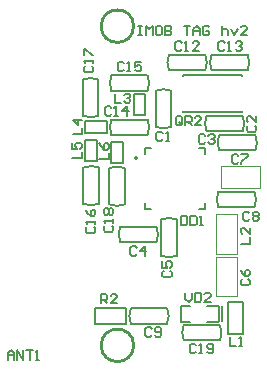
<source format=gto>
G04*
G04 #@! TF.GenerationSoftware,Altium Limited,Altium Designer,18.1.7 (191)*
G04*
G04 Layer_Color=65535*
%FSLAX24Y24*%
%MOIN*%
G70*
G01*
G75*
%ADD10C,0.0100*%
%ADD11C,0.0070*%
%ADD12C,0.0079*%
%ADD13C,0.0050*%
%ADD14C,0.0039*%
%ADD15R,0.0100X0.0576*%
D10*
X70079Y26969D02*
G03*
X70079Y26969I-542J0D01*
G01*
Y16329D02*
G03*
X70079Y16329I-542J0D01*
G01*
D11*
X72957Y16497D02*
G03*
X72956Y17008I-609J255D01*
G01*
X71749D02*
G03*
X71749Y16497I608J-256D01*
G01*
X72929Y23335D02*
G03*
X72930Y22825I609J-255D01*
G01*
X74137D02*
G03*
X74137Y23335I-608J256D01*
G01*
X71194Y17057D02*
G03*
X71194Y17568I-608J256D01*
G01*
X69986D02*
G03*
X69987Y17057I609J-255D01*
G01*
X69338Y25325D02*
G03*
X69337Y24814I608J-256D01*
G01*
X70545D02*
G03*
X70545Y25325I-609J255D01*
G01*
X70544Y23347D02*
G03*
X70544Y23857I-608J256D01*
G01*
X69337D02*
G03*
X69337Y23347I609J-255D01*
G01*
X69783Y22237D02*
G03*
X69273Y22237I-256J-608D01*
G01*
Y21030D02*
G03*
X69783Y21030I255J609D01*
G01*
X68396Y23984D02*
G03*
X68906Y23983I256J608D01*
G01*
Y25191D02*
G03*
X68396Y25190I-255J-609D01*
G01*
X73881Y25502D02*
G03*
X73881Y26013I-608J256D01*
G01*
X72673D02*
G03*
X72674Y25502I609J-255D01*
G01*
X68917Y22257D02*
G03*
X68407Y22257I-256J-608D01*
G01*
Y21049D02*
G03*
X68917Y21050I255J609D01*
G01*
X71516Y20524D02*
G03*
X71005Y20525I-256J-608D01*
G01*
Y19317D02*
G03*
X71516Y19317I255J609D01*
G01*
X69633Y20285D02*
G03*
X69633Y19775I608J-256D01*
G01*
X70840D02*
G03*
X70840Y20285I-609J255D01*
G01*
X70817Y23610D02*
G03*
X71328Y23609I256J608D01*
G01*
Y24817D02*
G03*
X70817Y24816I-255J-609D01*
G01*
X71257Y26013D02*
G03*
X71257Y25502I608J-256D01*
G01*
X72464D02*
G03*
X72464Y26013I-609J255D01*
G01*
X74107Y20935D02*
G03*
X74107Y21446I-608J256D01*
G01*
X72900D02*
G03*
X72900Y20935I609J-255D01*
G01*
X72507Y23976D02*
G03*
X72507Y23466I608J-256D01*
G01*
X73714D02*
G03*
X73714Y23976I-609J255D01*
G01*
X73209Y16722D02*
Y17766D01*
X73720Y16722D02*
Y17766D01*
X73209D02*
X73720D01*
X73209Y16722D02*
X73720D01*
X71752Y17008D02*
X72953D01*
X71753Y16497D02*
X72953D01*
X72933Y22825D02*
X74134D01*
X72933Y23336D02*
X74133D01*
X69990Y17568D02*
X71190D01*
X69990Y17057D02*
X71191D01*
X68789D02*
X69833D01*
X68789Y17569D02*
X69833D01*
X68789Y17057D02*
Y17569D01*
X69833Y17057D02*
Y17569D01*
X69341Y24814D02*
X70541D01*
X69341Y25325D02*
X70541D01*
X69341Y23857D02*
X70541D01*
X69341Y23346D02*
X70541D01*
X69273Y21033D02*
Y22234D01*
X69783Y21033D02*
Y22234D01*
X68907Y23987D02*
Y25187D01*
X68396Y23986D02*
Y25187D01*
X72677Y26013D02*
X73877D01*
X72677Y25502D02*
X73878D01*
X68406Y21053D02*
Y22253D01*
X68917Y21053D02*
Y22254D01*
X71005Y19321D02*
Y20521D01*
X71516Y19321D02*
Y20522D01*
X69637Y19775D02*
X70837D01*
X69636Y20285D02*
X70837D01*
X71328Y23613D02*
Y24813D01*
X70817Y23612D02*
Y24813D01*
X71261Y25502D02*
X72461D01*
X71260Y26013D02*
X72461D01*
X72904Y21446D02*
X74104D01*
X72904Y20935D02*
X74104D01*
X72511Y23465D02*
X73711D01*
X72510Y23976D02*
X73711D01*
D12*
X70197Y22579D02*
G03*
X70197Y22579I-39J0D01*
G01*
X70079Y23996D02*
X70472D01*
X70079D02*
Y24705D01*
X70276D01*
X70472D01*
Y23996D02*
Y24705D01*
X69331Y23120D02*
X69724D01*
Y22411D02*
Y23120D01*
X69528Y22411D02*
X69724D01*
X69331D02*
X69528D01*
X69331D02*
Y23120D01*
X68474Y23415D02*
Y23809D01*
X69183D01*
Y23612D02*
Y23809D01*
Y23415D02*
Y23612D01*
X68474Y23415D02*
X69183D01*
X68463Y22461D02*
X68857D01*
X68463D02*
Y23169D01*
X68660D01*
X68857D01*
Y22461D02*
Y23169D01*
X73691Y24094D02*
Y24134D01*
X71722Y24094D02*
X73691D01*
X71722D02*
Y24134D01*
X73691Y25315D02*
Y25354D01*
X71722D02*
X73691D01*
X71722Y25315D02*
Y25354D01*
X70472Y20866D02*
X70659D01*
X70472D02*
Y21083D01*
Y22697D02*
Y22923D01*
X70482D01*
X70659D01*
X72274Y20866D02*
X72470D01*
Y21083D01*
Y22697D02*
Y22923D01*
X72274D02*
X72470D01*
X70237Y26978D02*
X70342D01*
X70290D01*
Y26663D01*
X70237D01*
X70342D01*
X70500D02*
Y26978D01*
X70605Y26873D01*
X70710Y26978D01*
Y26663D01*
X70972Y26978D02*
X70867D01*
X70815Y26926D01*
Y26716D01*
X70867Y26663D01*
X70972D01*
X71024Y26716D01*
Y26926D01*
X70972Y26978D01*
X71129D02*
Y26663D01*
X71287D01*
X71339Y26716D01*
Y26768D01*
X71287Y26821D01*
X71129D01*
X71287D01*
X71339Y26873D01*
Y26926D01*
X71287Y26978D01*
X71129D01*
X71759D02*
X71969D01*
X71864D01*
Y26663D01*
X72074D02*
Y26873D01*
X72179Y26978D01*
X72284Y26873D01*
Y26663D01*
Y26821D01*
X72074D01*
X72599Y26926D02*
X72546Y26978D01*
X72441D01*
X72389Y26926D01*
Y26716D01*
X72441Y26663D01*
X72546D01*
X72599Y26716D01*
Y26821D01*
X72494D01*
X73019Y26978D02*
Y26663D01*
Y26821D01*
X73071Y26873D01*
X73176D01*
X73229Y26821D01*
Y26663D01*
X73333Y26873D02*
X73438Y26663D01*
X73543Y26873D01*
X73858Y26663D02*
X73648D01*
X73858Y26873D01*
Y26926D01*
X73806Y26978D01*
X73701D01*
X73648Y26926D01*
X73278Y16614D02*
Y16299D01*
X73487D01*
X73592D02*
X73697D01*
X73645D01*
Y16614D01*
X73592Y16562D01*
X65876Y15856D02*
Y16066D01*
X65981Y16171D01*
X66086Y16066D01*
Y15856D01*
Y16014D01*
X65876D01*
X66191Y15856D02*
Y16171D01*
X66401Y15856D01*
Y16171D01*
X66506D02*
X66716D01*
X66611D01*
Y15856D01*
X66821D02*
X66926D01*
X66873D01*
Y16171D01*
X66821Y16119D01*
X71805Y18090D02*
Y17881D01*
X71910Y17776D01*
X72015Y17881D01*
Y18090D01*
X72120D02*
Y17776D01*
X72277D01*
X72329Y17828D01*
Y18038D01*
X72277Y18090D01*
X72120D01*
X72644Y17776D02*
X72434D01*
X72644Y17986D01*
Y18038D01*
X72592Y18090D01*
X72487D01*
X72434Y18038D01*
X68996Y17726D02*
Y18041D01*
X69153D01*
X69206Y17989D01*
Y17884D01*
X69153Y17831D01*
X68996D01*
X69101D02*
X69206Y17726D01*
X69521D02*
X69311D01*
X69521Y17936D01*
Y17989D01*
X69468Y18041D01*
X69363D01*
X69311Y17989D01*
X71696Y23714D02*
Y23924D01*
X71644Y23976D01*
X71539D01*
X71486Y23924D01*
Y23714D01*
X71539Y23661D01*
X71644D01*
X71591Y23766D02*
X71696Y23661D01*
X71644D02*
X71696Y23714D01*
X71801Y23661D02*
Y23976D01*
X71959D01*
X72011Y23924D01*
Y23819D01*
X71959Y23766D01*
X71801D01*
X71906D02*
X72011Y23661D01*
X72326D02*
X72116D01*
X72326Y23871D01*
Y23924D01*
X72273Y23976D01*
X72168D01*
X72116Y23924D01*
X68927Y22539D02*
X69242D01*
Y22749D01*
X68927Y23064D02*
X68980Y22959D01*
X69085Y22854D01*
X69190D01*
X69242Y22907D01*
Y23012D01*
X69190Y23064D01*
X69137D01*
X69085Y23012D01*
Y22854D01*
X68030Y22559D02*
X68345D01*
Y22769D01*
X68030Y23084D02*
Y22874D01*
X68188D01*
X68135Y22979D01*
Y23031D01*
X68188Y23084D01*
X68293D01*
X68345Y23031D01*
Y22926D01*
X68293Y22874D01*
X68051Y23366D02*
X68366D01*
Y23576D01*
Y23838D02*
X68051D01*
X68209Y23681D01*
Y23891D01*
X69449Y24724D02*
Y24409D01*
X69659D01*
X69764Y24672D02*
X69816Y24724D01*
X69921D01*
X69974Y24672D01*
Y24619D01*
X69921Y24567D01*
X69869D01*
X69921D01*
X69974Y24514D01*
Y24462D01*
X69921Y24409D01*
X69816D01*
X69764Y24462D01*
X73652Y19724D02*
X73967D01*
Y19934D01*
Y20249D02*
Y20039D01*
X73757Y20249D01*
X73704D01*
X73652Y20197D01*
Y20092D01*
X73704Y20039D01*
X71654Y20649D02*
Y20335D01*
X71811D01*
X71863Y20387D01*
Y20597D01*
X71811Y20649D01*
X71654D01*
X71968D02*
Y20335D01*
X72126D01*
X72178Y20387D01*
Y20597D01*
X72126Y20649D01*
X71968D01*
X72283Y20335D02*
X72388D01*
X72336D01*
Y20649D01*
X72283Y20597D01*
X72159Y16325D02*
X72106Y16378D01*
X72001D01*
X71949Y16325D01*
Y16115D01*
X72001Y16063D01*
X72106D01*
X72159Y16115D01*
X72264Y16063D02*
X72369D01*
X72316D01*
Y16378D01*
X72264Y16325D01*
X72526Y16115D02*
X72579Y16063D01*
X72683D01*
X72736Y16115D01*
Y16325D01*
X72683Y16378D01*
X72579D01*
X72526Y16325D01*
Y16273D01*
X72579Y16220D01*
X72736D01*
X69137Y20318D02*
X69085Y20266D01*
Y20161D01*
X69137Y20108D01*
X69347D01*
X69400Y20161D01*
Y20266D01*
X69347Y20318D01*
X69400Y20423D02*
Y20528D01*
Y20476D01*
X69085D01*
X69137Y20423D01*
Y20686D02*
X69085Y20738D01*
Y20843D01*
X69137Y20895D01*
X69190D01*
X69242Y20843D01*
X69295Y20895D01*
X69347D01*
X69400Y20843D01*
Y20738D01*
X69347Y20686D01*
X69295D01*
X69242Y20738D01*
X69190Y20686D01*
X69137D01*
X69242Y20738D02*
Y20843D01*
X68468Y25643D02*
X68415Y25591D01*
Y25486D01*
X68468Y25433D01*
X68678D01*
X68730Y25486D01*
Y25591D01*
X68678Y25643D01*
X68730Y25748D02*
Y25853D01*
Y25800D01*
X68415D01*
X68468Y25748D01*
X68415Y26010D02*
Y26220D01*
X68468D01*
X68678Y26010D01*
X68730D01*
X68537Y20279D02*
X68484Y20226D01*
Y20121D01*
X68537Y20069D01*
X68747D01*
X68799Y20121D01*
Y20226D01*
X68747Y20279D01*
X68799Y20384D02*
Y20489D01*
Y20436D01*
X68484D01*
X68537Y20384D01*
X68484Y20856D02*
X68537Y20751D01*
X68642Y20646D01*
X68747D01*
X68799Y20699D01*
Y20804D01*
X68747Y20856D01*
X68694D01*
X68642Y20804D01*
Y20646D01*
X69757Y25725D02*
X69705Y25777D01*
X69600D01*
X69547Y25725D01*
Y25515D01*
X69600Y25463D01*
X69705D01*
X69757Y25515D01*
X69862Y25463D02*
X69967D01*
X69915D01*
Y25777D01*
X69862Y25725D01*
X70334Y25777D02*
X70124D01*
Y25620D01*
X70229Y25673D01*
X70282D01*
X70334Y25620D01*
Y25515D01*
X70282Y25463D01*
X70177D01*
X70124Y25515D01*
X69334Y24249D02*
X69281Y24301D01*
X69176D01*
X69124Y24249D01*
Y24039D01*
X69176Y23986D01*
X69281D01*
X69334Y24039D01*
X69439Y23986D02*
X69544D01*
X69491D01*
Y24301D01*
X69439Y24249D01*
X69859Y23986D02*
Y24301D01*
X69701Y24144D01*
X69911D01*
X73113Y26414D02*
X73061Y26466D01*
X72956D01*
X72904Y26414D01*
Y26204D01*
X72956Y26152D01*
X73061D01*
X73113Y26204D01*
X73218Y26152D02*
X73323D01*
X73271D01*
Y26466D01*
X73218Y26414D01*
X73481D02*
X73533Y26466D01*
X73638D01*
X73691Y26414D01*
Y26361D01*
X73638Y26309D01*
X73586D01*
X73638D01*
X73691Y26257D01*
Y26204D01*
X73638Y26152D01*
X73533D01*
X73481Y26204D01*
X71676Y26414D02*
X71624Y26466D01*
X71519D01*
X71467Y26414D01*
Y26204D01*
X71519Y26152D01*
X71624D01*
X71676Y26204D01*
X71781Y26152D02*
X71886D01*
X71834D01*
Y26466D01*
X71781Y26414D01*
X72254Y26152D02*
X72044D01*
X72254Y26361D01*
Y26414D01*
X72201Y26466D01*
X72096D01*
X72044Y26414D01*
X70682Y16877D02*
X70630Y16929D01*
X70525D01*
X70472Y16877D01*
Y16667D01*
X70525Y16614D01*
X70630D01*
X70682Y16667D01*
X70787D02*
X70840Y16614D01*
X70945D01*
X70997Y16667D01*
Y16877D01*
X70945Y16929D01*
X70840D01*
X70787Y16877D01*
Y16824D01*
X70840Y16772D01*
X70997D01*
X73940Y20735D02*
X73888Y20787D01*
X73783D01*
X73730Y20735D01*
Y20525D01*
X73783Y20472D01*
X73888D01*
X73940Y20525D01*
X74045Y20735D02*
X74098Y20787D01*
X74203D01*
X74255Y20735D01*
Y20682D01*
X74203Y20630D01*
X74255Y20577D01*
Y20525D01*
X74203Y20472D01*
X74098D01*
X74045Y20525D01*
Y20577D01*
X74098Y20630D01*
X74045Y20682D01*
Y20735D01*
X74098Y20630D02*
X74203D01*
X73566Y22644D02*
X73514Y22697D01*
X73409D01*
X73356Y22644D01*
Y22434D01*
X73409Y22382D01*
X73514D01*
X73566Y22434D01*
X73671Y22697D02*
X73881D01*
Y22644D01*
X73671Y22434D01*
Y22382D01*
X73694Y18537D02*
X73642Y18484D01*
Y18379D01*
X73694Y18327D01*
X73904D01*
X73957Y18379D01*
Y18484D01*
X73904Y18537D01*
X73642Y18852D02*
X73694Y18747D01*
X73799Y18642D01*
X73904D01*
X73957Y18694D01*
Y18799D01*
X73904Y18852D01*
X73852D01*
X73799Y18799D01*
Y18642D01*
X71090Y18812D02*
X71037Y18760D01*
Y18655D01*
X71090Y18602D01*
X71300D01*
X71352Y18655D01*
Y18760D01*
X71300Y18812D01*
X71037Y19127D02*
Y18917D01*
X71195D01*
X71142Y19022D01*
Y19075D01*
X71195Y19127D01*
X71300D01*
X71352Y19075D01*
Y18970D01*
X71300Y18917D01*
X70180Y19573D02*
X70128Y19626D01*
X70023D01*
X69970Y19573D01*
Y19363D01*
X70023Y19311D01*
X70128D01*
X70180Y19363D01*
X70443Y19311D02*
Y19626D01*
X70285Y19468D01*
X70495D01*
X72464Y23314D02*
X72411Y23366D01*
X72306D01*
X72254Y23314D01*
Y23104D01*
X72306Y23051D01*
X72411D01*
X72464Y23104D01*
X72569Y23314D02*
X72621Y23366D01*
X72726D01*
X72779Y23314D01*
Y23261D01*
X72726Y23209D01*
X72674D01*
X72726D01*
X72779Y23156D01*
Y23104D01*
X72726Y23051D01*
X72621D01*
X72569Y23104D01*
X73901Y23655D02*
X73849Y23602D01*
Y23497D01*
X73901Y23445D01*
X74111D01*
X74163Y23497D01*
Y23602D01*
X74111Y23655D01*
X74163Y23970D02*
Y23760D01*
X73953Y23970D01*
X73901D01*
X73849Y23917D01*
Y23812D01*
X73901Y23760D01*
X71050Y23402D02*
X70998Y23455D01*
X70893D01*
X70840Y23402D01*
Y23192D01*
X70893Y23140D01*
X70998D01*
X71050Y23192D01*
X71155Y23140D02*
X71260D01*
X71208D01*
Y23455D01*
X71155Y23402D01*
D13*
X72878Y17648D02*
X72917Y17608D01*
Y17136D02*
Y17608D01*
X72523Y17096D02*
X72878D01*
X72523Y17648D02*
X72878D01*
X71657Y17096D02*
Y17648D01*
X71972D01*
X72878Y17096D02*
X72917Y17136D01*
X71657Y17096D02*
X71972D01*
D14*
X72992Y22293D02*
X74291D01*
X72992Y21585D02*
X74291D01*
X72992D02*
Y22293D01*
X74291Y21585D02*
Y22293D01*
X73526Y19378D02*
Y20693D01*
X72825Y19378D02*
Y20693D01*
Y19378D02*
X73526D01*
X72825Y20693D02*
X73526D01*
X73533Y17978D02*
Y19278D01*
X72825Y17978D02*
Y19278D01*
X73533D01*
X72825Y17978D02*
X73533D01*
D15*
X73026Y17370D02*
D03*
M02*

</source>
